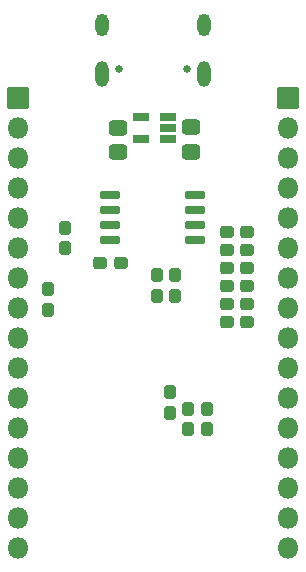
<source format=gbs>
%TF.GenerationSoftware,KiCad,Pcbnew,7.0.2-6a45011f42~172~ubuntu22.04.1*%
%TF.CreationDate,2023-05-03T21:07:20-04:00*%
%TF.ProjectId,RP2040_DevBoard_v2,52503230-3430-45f4-9465-76426f617264,-*%
%TF.SameCoordinates,Original*%
%TF.FileFunction,Soldermask,Bot*%
%TF.FilePolarity,Negative*%
%FSLAX46Y46*%
G04 Gerber Fmt 4.6, Leading zero omitted, Abs format (unit mm)*
G04 Created by KiCad (PCBNEW 7.0.2-6a45011f42~172~ubuntu22.04.1) date 2023-05-03 21:07:20*
%MOMM*%
%LPD*%
G01*
G04 APERTURE LIST*
G04 Aperture macros list*
%AMRoundRect*
0 Rectangle with rounded corners*
0 $1 Rounding radius*
0 $2 $3 $4 $5 $6 $7 $8 $9 X,Y pos of 4 corners*
0 Add a 4 corners polygon primitive as box body*
4,1,4,$2,$3,$4,$5,$6,$7,$8,$9,$2,$3,0*
0 Add four circle primitives for the rounded corners*
1,1,$1+$1,$2,$3*
1,1,$1+$1,$4,$5*
1,1,$1+$1,$6,$7*
1,1,$1+$1,$8,$9*
0 Add four rect primitives between the rounded corners*
20,1,$1+$1,$2,$3,$4,$5,0*
20,1,$1+$1,$4,$5,$6,$7,0*
20,1,$1+$1,$6,$7,$8,$9,0*
20,1,$1+$1,$8,$9,$2,$3,0*%
G04 Aperture macros list end*
%ADD10RoundRect,0.050800X-0.850000X-0.850000X0.850000X-0.850000X0.850000X0.850000X-0.850000X0.850000X0*%
%ADD11O,1.801600X1.801600*%
%ADD12C,0.650000*%
%ADD13O,1.101600X2.201600*%
%ADD14O,1.101600X1.901600*%
%ADD15RoundRect,0.288300X0.237500X-0.300000X0.237500X0.300000X-0.237500X0.300000X-0.237500X-0.300000X0*%
%ADD16RoundRect,0.288300X-0.237500X0.300000X-0.237500X-0.300000X0.237500X-0.300000X0.237500X0.300000X0*%
%ADD17RoundRect,0.288300X-0.300000X-0.237500X0.300000X-0.237500X0.300000X0.237500X-0.300000X0.237500X0*%
%ADD18RoundRect,0.288300X0.300000X0.237500X-0.300000X0.237500X-0.300000X-0.237500X0.300000X-0.237500X0*%
%ADD19RoundRect,0.300800X-0.475000X0.337500X-0.475000X-0.337500X0.475000X-0.337500X0.475000X0.337500X0*%
%ADD20RoundRect,0.200800X0.512500X0.150000X-0.512500X0.150000X-0.512500X-0.150000X0.512500X-0.150000X0*%
%ADD21RoundRect,0.200800X-0.650000X-0.150000X0.650000X-0.150000X0.650000X0.150000X-0.650000X0.150000X0*%
G04 APERTURE END LIST*
D10*
%TO.C,J2*%
X156210000Y-98425000D03*
D11*
X156210000Y-100965000D03*
X156210000Y-103505000D03*
X156210000Y-106045000D03*
X156210000Y-108585000D03*
X156210000Y-111125000D03*
X156210000Y-113665000D03*
X156210000Y-116205000D03*
X156210000Y-118745000D03*
X156210000Y-121285000D03*
X156210000Y-123825000D03*
X156210000Y-126365000D03*
X156210000Y-128905000D03*
X156210000Y-131445000D03*
X156210000Y-133985000D03*
X156210000Y-136525000D03*
%TD*%
D10*
%TO.C,J1*%
X179070000Y-98425000D03*
D11*
X179070000Y-100965000D03*
X179070000Y-103505000D03*
X179070000Y-106045000D03*
X179070000Y-108585000D03*
X179070000Y-111125000D03*
X179070000Y-113665000D03*
X179070000Y-116205000D03*
X179070000Y-118745000D03*
X179070000Y-121285000D03*
X179070000Y-123825000D03*
X179070000Y-126365000D03*
X179070000Y-128905000D03*
X179070000Y-131445000D03*
X179070000Y-133985000D03*
X179070000Y-136525000D03*
%TD*%
D12*
%TO.C,J3*%
X170530000Y-95950000D03*
X164750000Y-95950000D03*
D13*
X171960000Y-96450000D03*
D14*
X171960000Y-92270000D03*
D13*
X163320000Y-96450000D03*
D14*
X163320000Y-92270000D03*
%TD*%
D15*
%TO.C,C10*%
X169113200Y-125095000D03*
X169113200Y-123370000D03*
%TD*%
%TO.C,C8*%
X158750000Y-116355200D03*
X158750000Y-114630200D03*
%TD*%
D16*
%TO.C,C13*%
X169519600Y-113461800D03*
X169519600Y-115186800D03*
%TD*%
D17*
%TO.C,C3*%
X173890600Y-115900200D03*
X175615600Y-115900200D03*
%TD*%
D15*
%TO.C,C11*%
X170637200Y-126464400D03*
X170637200Y-124739400D03*
%TD*%
D17*
%TO.C,C2*%
X173889500Y-112852200D03*
X175614500Y-112852200D03*
%TD*%
D18*
%TO.C,C9*%
X164895700Y-112445800D03*
X163170700Y-112445800D03*
%TD*%
D19*
%TO.C,C14*%
X170891200Y-100943500D03*
X170891200Y-103018500D03*
%TD*%
D15*
%TO.C,C7*%
X172212000Y-126466600D03*
X172212000Y-124741600D03*
%TD*%
D17*
%TO.C,C15*%
X173889500Y-117424200D03*
X175614500Y-117424200D03*
%TD*%
D20*
%TO.C,U1*%
X168910000Y-100015000D03*
X168910000Y-100965000D03*
X168910000Y-101915000D03*
X166635000Y-101915000D03*
X166635000Y-100015000D03*
%TD*%
D19*
%TO.C,C18*%
X164668200Y-100968900D03*
X164668200Y-103043900D03*
%TD*%
D17*
%TO.C,C5*%
X173890600Y-109804200D03*
X175615600Y-109804200D03*
%TD*%
D21*
%TO.C,U3*%
X164040000Y-110490000D03*
X164040000Y-109220000D03*
X164040000Y-107950000D03*
X164040000Y-106680000D03*
X171240000Y-106680000D03*
X171240000Y-107950000D03*
X171240000Y-109220000D03*
X171240000Y-110490000D03*
%TD*%
D15*
%TO.C,C12*%
X160172400Y-111175800D03*
X160172400Y-109450800D03*
%TD*%
D17*
%TO.C,C1*%
X173888400Y-114376200D03*
X175613400Y-114376200D03*
%TD*%
D16*
%TO.C,C6*%
X167995600Y-113464000D03*
X167995600Y-115189000D03*
%TD*%
D17*
%TO.C,C4*%
X173889500Y-111328200D03*
X175614500Y-111328200D03*
%TD*%
M02*

</source>
